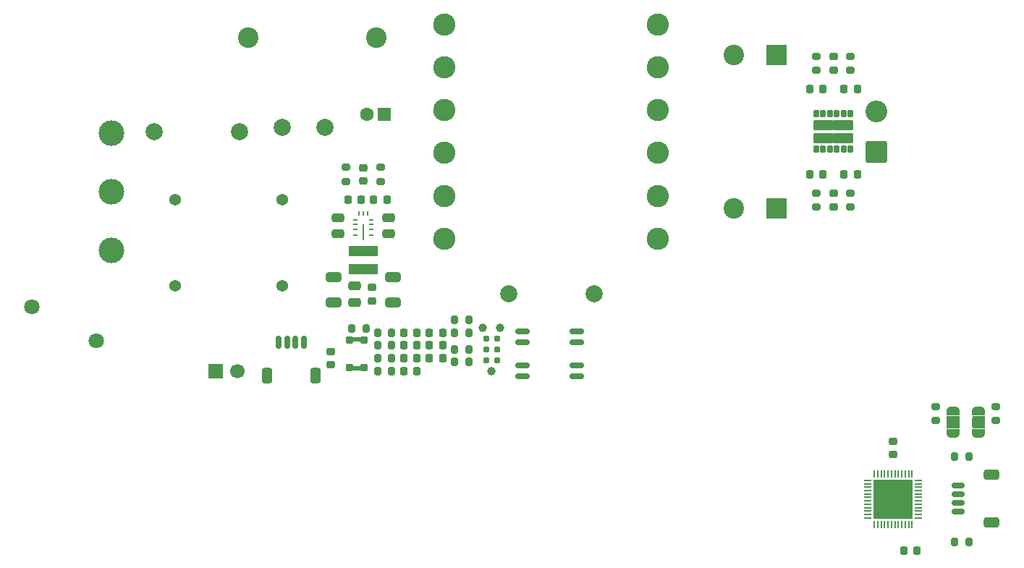
<source format=gbr>
%TF.GenerationSoftware,KiCad,Pcbnew,9.0.0-9.0.0-2~ubuntu24.04.1*%
%TF.CreationDate,2025-04-09T05:26:43-04:00*%
%TF.ProjectId,ECE2799_LED-Lamp,45434532-3739-4395-9f4c-45442d4c616d,rev?*%
%TF.SameCoordinates,Original*%
%TF.FileFunction,Soldermask,Top*%
%TF.FilePolarity,Negative*%
%FSLAX46Y46*%
G04 Gerber Fmt 4.6, Leading zero omitted, Abs format (unit mm)*
G04 Created by KiCad (PCBNEW 9.0.0-9.0.0-2~ubuntu24.04.1) date 2025-04-09 05:26:43*
%MOMM*%
%LPD*%
G01*
G04 APERTURE LIST*
G04 Aperture macros list*
%AMRoundRect*
0 Rectangle with rounded corners*
0 $1 Rounding radius*
0 $2 $3 $4 $5 $6 $7 $8 $9 X,Y pos of 4 corners*
0 Add a 4 corners polygon primitive as box body*
4,1,4,$2,$3,$4,$5,$6,$7,$8,$9,$2,$3,0*
0 Add four circle primitives for the rounded corners*
1,1,$1+$1,$2,$3*
1,1,$1+$1,$4,$5*
1,1,$1+$1,$6,$7*
1,1,$1+$1,$8,$9*
0 Add four rect primitives between the rounded corners*
20,1,$1+$1,$2,$3,$4,$5,0*
20,1,$1+$1,$4,$5,$6,$7,0*
20,1,$1+$1,$6,$7,$8,$9,0*
20,1,$1+$1,$8,$9,$2,$3,0*%
%AMFreePoly0*
4,1,23,0.550000,-0.750000,0.000000,-0.750000,0.000000,-0.745722,-0.065263,-0.745722,-0.191342,-0.711940,-0.304381,-0.646677,-0.396677,-0.554381,-0.461940,-0.441342,-0.495722,-0.315263,-0.495722,-0.250000,-0.500000,-0.250000,-0.500000,0.250000,-0.495722,0.250000,-0.495722,0.315263,-0.461940,0.441342,-0.396677,0.554381,-0.304381,0.646677,-0.191342,0.711940,-0.065263,0.745722,0.000000,0.745722,
0.000000,0.750000,0.550000,0.750000,0.550000,-0.750000,0.550000,-0.750000,$1*%
%AMFreePoly1*
4,1,23,0.000000,0.745722,0.065263,0.745722,0.191342,0.711940,0.304381,0.646677,0.396677,0.554381,0.461940,0.441342,0.495722,0.315263,0.495722,0.250000,0.500000,0.250000,0.500000,-0.250000,0.495722,-0.250000,0.495722,-0.315263,0.461940,-0.441342,0.396677,-0.554381,0.304381,-0.646677,0.191342,-0.711940,0.065263,-0.745722,0.000000,-0.745722,0.000000,-0.750000,-0.550000,-0.750000,
-0.550000,0.750000,0.000000,0.750000,0.000000,0.745722,0.000000,0.745722,$1*%
G04 Aperture macros list end*
%ADD10C,2.604000*%
%ADD11RoundRect,0.200000X0.275000X-0.200000X0.275000X0.200000X-0.275000X0.200000X-0.275000X-0.200000X0*%
%ADD12C,1.800000*%
%ADD13C,3.000000*%
%ADD14RoundRect,0.225000X-0.225000X-0.250000X0.225000X-0.250000X0.225000X0.250000X-0.225000X0.250000X0*%
%ADD15FreePoly0,90.000000*%
%ADD16R,1.500000X1.000000*%
%ADD17FreePoly1,90.000000*%
%ADD18RoundRect,0.250000X0.475000X-0.250000X0.475000X0.250000X-0.475000X0.250000X-0.475000X-0.250000X0*%
%ADD19RoundRect,0.225000X0.250000X-0.225000X0.250000X0.225000X-0.250000X0.225000X-0.250000X-0.225000X0*%
%ADD20RoundRect,0.200000X0.200000X0.275000X-0.200000X0.275000X-0.200000X-0.275000X0.200000X-0.275000X0*%
%ADD21C,0.990600*%
%ADD22C,0.787400*%
%ADD23RoundRect,0.250000X-0.650000X0.325000X-0.650000X-0.325000X0.650000X-0.325000X0.650000X0.325000X0*%
%ADD24RoundRect,0.218750X0.218750X0.256250X-0.218750X0.256250X-0.218750X-0.256250X0.218750X-0.256250X0*%
%ADD25RoundRect,0.225000X0.225000X0.250000X-0.225000X0.250000X-0.225000X-0.250000X0.225000X-0.250000X0*%
%ADD26RoundRect,0.102000X-0.300000X0.325000X-0.300000X-0.325000X0.300000X-0.325000X0.300000X0.325000X0*%
%ADD27RoundRect,0.102000X-0.350000X0.175000X-0.350000X-0.175000X0.350000X-0.175000X0.350000X0.175000X0*%
%ADD28C,2.400000*%
%ADD29RoundRect,0.200000X-0.200000X-0.275000X0.200000X-0.275000X0.200000X0.275000X-0.200000X0.275000X0*%
%ADD30R,1.600000X1.600000*%
%ADD31C,1.600000*%
%ADD32RoundRect,0.218750X-0.218750X-0.256250X0.218750X-0.256250X0.218750X0.256250X-0.218750X0.256250X0*%
%ADD33R,2.400000X2.400000*%
%ADD34RoundRect,0.200000X-0.275000X0.200000X-0.275000X-0.200000X0.275000X-0.200000X0.275000X0.200000X0*%
%ADD35R,3.400000X1.300000*%
%ADD36R,1.700000X1.700000*%
%ADD37C,1.700000*%
%ADD38RoundRect,0.050000X0.350000X0.050000X-0.350000X0.050000X-0.350000X-0.050000X0.350000X-0.050000X0*%
%ADD39RoundRect,0.050000X0.050000X0.350000X-0.050000X0.350000X-0.050000X-0.350000X0.050000X-0.350000X0*%
%ADD40R,4.600000X4.600000*%
%ADD41C,2.000000*%
%ADD42RoundRect,0.218750X0.256250X-0.218750X0.256250X0.218750X-0.256250X0.218750X-0.256250X-0.218750X0*%
%ADD43RoundRect,0.150000X-0.662500X-0.150000X0.662500X-0.150000X0.662500X0.150000X-0.662500X0.150000X0*%
%ADD44RoundRect,0.150000X0.625000X-0.150000X0.625000X0.150000X-0.625000X0.150000X-0.625000X-0.150000X0*%
%ADD45RoundRect,0.250000X0.650000X-0.350000X0.650000X0.350000X-0.650000X0.350000X-0.650000X-0.350000X0*%
%ADD46RoundRect,0.218750X-0.256250X0.218750X-0.256250X-0.218750X0.256250X-0.218750X0.256250X0.218750X0*%
%ADD47RoundRect,0.150000X-0.150000X-0.625000X0.150000X-0.625000X0.150000X0.625000X-0.150000X0.625000X0*%
%ADD48RoundRect,0.250000X-0.350000X-0.650000X0.350000X-0.650000X0.350000X0.650000X-0.350000X0.650000X0*%
%ADD49RoundRect,0.225000X-0.250000X0.225000X-0.250000X-0.225000X0.250000X-0.225000X0.250000X0.225000X0*%
%ADD50RoundRect,0.249999X1.025001X-1.025001X1.025001X1.025001X-1.025001X1.025001X-1.025001X-1.025001X0*%
%ADD51C,2.550000*%
%ADD52C,2.004000*%
%ADD53C,1.371600*%
%ADD54RoundRect,0.102000X0.200000X-0.325000X0.200000X0.325000X-0.200000X0.325000X-0.200000X-0.325000X0*%
%ADD55RoundRect,0.102000X1.050000X-0.500000X1.050000X0.500000X-1.050000X0.500000X-1.050000X-0.500000X0*%
%ADD56R,0.599999X0.249999*%
%ADD57R,0.249999X0.599999*%
%ADD58R,0.249999X1.825000*%
G04 APERTURE END LIST*
%TO.C,JP4*%
G36*
X209250000Y-134750000D02*
G01*
X210750000Y-134750000D01*
X210750000Y-133250000D01*
X209250000Y-133250000D01*
X209250000Y-134750000D01*
G37*
%TO.C,JP3*%
G36*
X206250000Y-134750000D02*
G01*
X207750000Y-134750000D01*
X207750000Y-133250000D01*
X206250000Y-133250000D01*
X206250000Y-134750000D01*
G37*
%TD*%
D10*
%TO.C,T1*%
X147500000Y-87500000D03*
X147500000Y-92500000D03*
X147500000Y-97500000D03*
X147500000Y-102500000D03*
X147500000Y-107500000D03*
X147500000Y-112500000D03*
X172500000Y-112500000D03*
X172500000Y-107500000D03*
X172500000Y-102500000D03*
X172500000Y-97500000D03*
X172500000Y-92500000D03*
X172500000Y-87500000D03*
%TD*%
D11*
%TO.C,R13*%
X191000000Y-92825000D03*
X191000000Y-91175000D03*
%TD*%
D12*
%TO.C,RV1*%
X106750000Y-124500000D03*
X99250000Y-120500000D03*
%TD*%
D13*
%TO.C,J1*%
X108500000Y-100150000D03*
X108500000Y-113850000D03*
X108500000Y-107000000D03*
%TD*%
D14*
%TO.C,C22*%
X142725000Y-126500000D03*
X144275000Y-126500000D03*
%TD*%
%TO.C,C30*%
X139225000Y-108000000D03*
X140775000Y-108000000D03*
%TD*%
D15*
%TO.C,JP4*%
X210000000Y-135300000D03*
D16*
X210000000Y-134000000D03*
D17*
X210000000Y-132700000D03*
%TD*%
D18*
%TO.C,C27*%
X141000000Y-111950000D03*
X141000000Y-110050000D03*
%TD*%
D19*
%TO.C,C31*%
X138000000Y-105775000D03*
X138000000Y-104225000D03*
%TD*%
D18*
%TO.C,C28*%
X135000000Y-111950000D03*
X135000000Y-110050000D03*
%TD*%
D20*
%TO.C,R30*%
X150325000Y-125446104D03*
X148675000Y-125446104D03*
%TD*%
D21*
%TO.C,J3*%
X153000000Y-128040000D03*
X151984000Y-122960000D03*
X154016000Y-122960000D03*
D22*
X153635000Y-126770000D03*
X152365000Y-126770000D03*
X153635000Y-125500000D03*
X152365000Y-125500000D03*
X153635000Y-124230000D03*
X152365000Y-124230000D03*
%TD*%
D23*
%TO.C,C32*%
X141500000Y-117025000D03*
X141500000Y-119975000D03*
%TD*%
D24*
%TO.C,D7*%
X195787500Y-105000000D03*
X194212500Y-105000000D03*
%TD*%
D25*
%TO.C,C5*%
X147275000Y-125000000D03*
X145725000Y-125000000D03*
%TD*%
D26*
%TO.C,S1*%
X138050000Y-124425000D03*
X138050000Y-127575000D03*
X136350000Y-124425000D03*
X136350000Y-127575000D03*
D27*
X137200000Y-124275000D03*
X137200000Y-127725000D03*
%TD*%
D15*
%TO.C,JP3*%
X207000000Y-135300000D03*
D16*
X207000000Y-134000000D03*
D17*
X207000000Y-132700000D03*
%TD*%
D28*
%TO.C,C2*%
X139500000Y-89000000D03*
X124500000Y-89000000D03*
%TD*%
D14*
%TO.C,C24*%
X142725000Y-123500000D03*
X144275000Y-123500000D03*
%TD*%
D25*
%TO.C,C19*%
X202775000Y-149000000D03*
X201225000Y-149000000D03*
%TD*%
D29*
%TO.C,R21*%
X207175000Y-148000000D03*
X208825000Y-148000000D03*
%TD*%
D30*
%TO.C,C3*%
X140455113Y-98000000D03*
D31*
X138455113Y-98000000D03*
%TD*%
D32*
%TO.C,D6*%
X190212500Y-105000000D03*
X191787500Y-105000000D03*
%TD*%
D14*
%TO.C,C15*%
X142725000Y-128000000D03*
X144275000Y-128000000D03*
%TD*%
D33*
%TO.C,C11*%
X186323959Y-109000000D03*
D28*
X181323959Y-109000000D03*
%TD*%
D29*
%TO.C,R15*%
X148675000Y-122000000D03*
X150325000Y-122000000D03*
%TD*%
D20*
%TO.C,R39*%
X141325000Y-125000000D03*
X139675000Y-125000000D03*
%TD*%
D33*
%TO.C,C10*%
X186323959Y-91000000D03*
D28*
X181323959Y-91000000D03*
%TD*%
D19*
%TO.C,C25*%
X134200000Y-127275000D03*
X134200000Y-125725000D03*
%TD*%
D24*
%TO.C,D11*%
X195787500Y-95000000D03*
X194212500Y-95000000D03*
%TD*%
D34*
%TO.C,R9*%
X191000000Y-107175000D03*
X191000000Y-108825000D03*
%TD*%
D20*
%TO.C,R33*%
X138325000Y-123000000D03*
X136675000Y-123000000D03*
%TD*%
D35*
%TO.C,L2*%
X138000000Y-113950000D03*
X138000000Y-116050000D03*
%TD*%
D25*
%TO.C,C29*%
X137775000Y-108000000D03*
X136225000Y-108000000D03*
%TD*%
D11*
%TO.C,R22*%
X205000000Y-133825000D03*
X205000000Y-132175000D03*
%TD*%
D20*
%TO.C,R40*%
X141325000Y-123500000D03*
X139675000Y-123500000D03*
%TD*%
D36*
%TO.C,J4*%
X120725000Y-128000000D03*
D37*
X123265000Y-128000000D03*
%TD*%
D23*
%TO.C,C33*%
X134500000Y-117025000D03*
X134500000Y-119975000D03*
%TD*%
D38*
%TO.C,U8*%
X202950000Y-145200000D03*
X202950000Y-144800000D03*
X202950000Y-144400000D03*
X202950000Y-144000000D03*
X202950000Y-143600000D03*
X202950000Y-143200000D03*
X202950000Y-142800000D03*
X202950000Y-142400000D03*
X202950000Y-142000000D03*
X202950000Y-141600000D03*
X202950000Y-141200000D03*
X202950000Y-140800000D03*
D39*
X202200000Y-140050000D03*
X201800000Y-140050000D03*
X201400000Y-140050000D03*
X201000000Y-140050000D03*
X200600000Y-140050000D03*
X200200000Y-140050000D03*
X199800000Y-140050000D03*
X199400000Y-140050000D03*
X199000000Y-140050000D03*
X198600000Y-140050000D03*
X198200000Y-140050000D03*
X197800000Y-140050000D03*
D38*
X197050000Y-140800000D03*
X197050000Y-141200000D03*
X197050000Y-141600000D03*
X197050000Y-142000000D03*
X197050000Y-142400000D03*
X197050000Y-142800000D03*
X197050000Y-143200000D03*
X197050000Y-143600000D03*
X197050000Y-144000000D03*
X197050000Y-144400000D03*
X197050000Y-144800000D03*
X197050000Y-145200000D03*
D39*
X197800000Y-145950000D03*
X198200000Y-145950000D03*
X198600000Y-145950000D03*
X199000000Y-145950000D03*
X199400000Y-145950000D03*
X199800000Y-145950000D03*
X200200000Y-145950000D03*
X200600000Y-145950000D03*
X201000000Y-145950000D03*
X201400000Y-145950000D03*
X201800000Y-145950000D03*
X202200000Y-145950000D03*
D40*
X200000000Y-143000000D03*
%TD*%
D20*
%TO.C,R31*%
X150325000Y-126946104D03*
X148675000Y-126946104D03*
%TD*%
D41*
%TO.C,C1*%
X113500000Y-100000000D03*
X123500000Y-100000000D03*
%TD*%
D29*
%TO.C,R35*%
X139675000Y-128000000D03*
X141325000Y-128000000D03*
%TD*%
D25*
%TO.C,C17*%
X147275000Y-123500000D03*
X145725000Y-123500000D03*
%TD*%
D42*
%TO.C,D12*%
X193000000Y-108787500D03*
X193000000Y-107212500D03*
%TD*%
D43*
%TO.C,U6*%
X156625000Y-123365000D03*
X156625000Y-124635000D03*
X163000000Y-124635000D03*
X163000000Y-123365000D03*
%TD*%
D34*
%TO.C,R14*%
X195000000Y-91175000D03*
X195000000Y-92825000D03*
%TD*%
D25*
%TO.C,C16*%
X147275000Y-126500000D03*
X145725000Y-126500000D03*
%TD*%
D11*
%TO.C,R11*%
X195000000Y-108825000D03*
X195000000Y-107175000D03*
%TD*%
D44*
%TO.C,J2*%
X207630000Y-144430000D03*
X207630000Y-143430000D03*
X207630000Y-142430000D03*
X207630000Y-141430000D03*
D45*
X211505000Y-145730000D03*
X211505000Y-140130000D03*
%TD*%
D18*
%TO.C,C34*%
X137000000Y-119950000D03*
X137000000Y-118050000D03*
%TD*%
D46*
%TO.C,D13*%
X193000000Y-91212500D03*
X193000000Y-92787500D03*
%TD*%
D32*
%TO.C,D10*%
X190212500Y-95000000D03*
X191787500Y-95000000D03*
%TD*%
D47*
%TO.C,J5*%
X128070000Y-124630000D03*
X129070000Y-124630000D03*
X130070000Y-124630000D03*
X131070000Y-124630000D03*
D48*
X126770000Y-128505000D03*
X132370000Y-128505000D03*
%TD*%
D43*
%TO.C,U5*%
X156625000Y-127365000D03*
X156625000Y-128635000D03*
X163000000Y-128635000D03*
X163000000Y-127365000D03*
%TD*%
D29*
%TO.C,R17*%
X207175000Y-138000000D03*
X208825000Y-138000000D03*
%TD*%
D49*
%TO.C,C18*%
X200000000Y-136225000D03*
X200000000Y-137775000D03*
%TD*%
D34*
%TO.C,R19*%
X136000000Y-104175000D03*
X136000000Y-105825000D03*
%TD*%
D20*
%TO.C,R34*%
X141325000Y-126500000D03*
X139675000Y-126500000D03*
%TD*%
D50*
%TO.C,J6*%
X198000000Y-102400000D03*
D51*
X198000000Y-97600000D03*
%TD*%
D52*
%TO.C,L1*%
X133500000Y-99500000D03*
X128500000Y-99500000D03*
%TD*%
D11*
%TO.C,R20*%
X140000000Y-105825000D03*
X140000000Y-104175000D03*
%TD*%
D53*
%TO.C,FL1*%
X128500000Y-118000000D03*
X116000000Y-118000000D03*
X116000000Y-108000000D03*
X128500000Y-108000000D03*
%TD*%
D54*
%TO.C,U4*%
X191000000Y-102075000D03*
X191800000Y-102075000D03*
X192600000Y-102075000D03*
X193400000Y-102075000D03*
X194200000Y-102075000D03*
X195000000Y-102075000D03*
X195000000Y-97925000D03*
X194200000Y-97925000D03*
X193400000Y-97925000D03*
X192600000Y-97925000D03*
X191800000Y-97925000D03*
X191000000Y-97925000D03*
D55*
X191825000Y-100750000D03*
X194175000Y-100750000D03*
X194175000Y-99250000D03*
X191825000Y-99250000D03*
%TD*%
D11*
%TO.C,R24*%
X212000000Y-133825000D03*
X212000000Y-132175000D03*
%TD*%
D20*
%TO.C,R16*%
X150325000Y-123500000D03*
X148675000Y-123500000D03*
%TD*%
D56*
%TO.C,U3*%
X138900001Y-112124999D03*
X138900001Y-111475000D03*
X138900001Y-110824999D03*
X138900001Y-110325000D03*
D57*
X138499999Y-109600000D03*
X138000000Y-109600000D03*
X137500001Y-109600000D03*
D56*
X137099999Y-110325000D03*
X137099999Y-110824999D03*
X137099999Y-111475000D03*
X137099999Y-112124999D03*
D58*
X138000000Y-111787999D03*
%TD*%
D46*
%TO.C,D2*%
X139000000Y-118212500D03*
X139000000Y-119787500D03*
%TD*%
D14*
%TO.C,C12*%
X142725000Y-125000000D03*
X144275000Y-125000000D03*
%TD*%
D41*
%TO.C,C20*%
X155000000Y-119000000D03*
X165000000Y-119000000D03*
%TD*%
M02*

</source>
